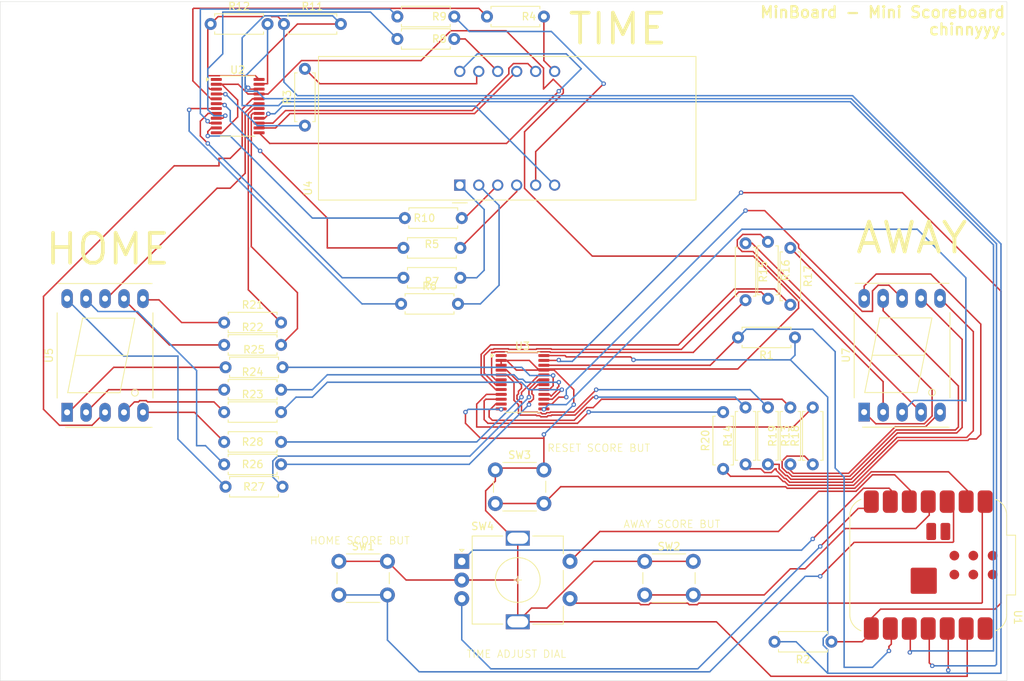
<source format=kicad_pcb>
(kicad_pcb (version 20241229) (generator "pcbnew") (generator_version "9.0")
  (layers (0 "F.Cu" signal) (2 "B.Cu" signal) (13 "F.Paste" user) (15 "B.Paste" user) (5 "F.SilkS" user "F.Silkscreen") (7 "B.SilkS" user "B.Silkscreen") (1 "F.Mask" user) (3 "B.Mask" user) (25 "Edge.Cuts" user))
  (net 0 "")
  (net 1 "+3V3")
  (net 2 "Net-(U1-GPIO2{slash}SCK)")
  (net 3 "Net-(U1-GPIO1{slash}RX)")
  (net 4 "Net-(U2-IO0_0)")
  (net 5 "/4 DIG --> U2 I{slash}O Expander")
  (net 6 "Net-(U4-b)")
  (net 7 "Net-(U2-IO0_1)")
  (net 8 "Net-(U2-IO0_2)")
  (net 9 "Net-(U4-c)")
  (net 10 "Net-(U4-e)")
  (net 11 "Net-(U2-IO0_4)")
  (net 12 "Net-(U2-IO0_5)")
  (net 13 "Net-(U4-f)")
  (net 14 "Net-(U2-IO0_6)")
  (net 15 "Net-(U2-IO1_0)")
  (net 16 "Net-(U4-DPX)")
  (net 17 "Net-(U2-IO0_7)")
  (net 18 "Net-(U1-GPIO4{slash}MISO)")
  (net 19 "Net-(U1-GPIO3{slash}MOSI)")
  (net 20 "Net-(U5-A)")
  (net 21 "Net-(U3-IO0_0)")
  (net 22 "Net-(U3-IO0_1)")
  (net 23 "Net-(U5-C)")
  (net 24 "Net-(U3-IO0_2)")
  (net 25 "Net-(U5-D)")
  (net 26 "Net-(U3-IO0_3)")
  (net 27 "Net-(U5-E)")
  (net 28 "Net-(U3-IO0_4)")
  (net 29 "Net-(U5-F)")
  (net 30 "/1 DIG --> U2 I{slash}O Expander")
  (net 31 "Net-(U5-DP)")
  (net 32 "Net-(U3-IO0_6)")
  (net 33 "Net-(U5-G)")
  (net 34 "Net-(U3-IO1_2)")
  (net 35 "Net-(U3-IO1_3)")
  (net 36 "Net-(U3-IO1_4)")
  (net 37 "Net-(U3-IO1_5)")
  (net 38 "Net-(U3-IO1_6)")
  (net 39 "Net-(U3-IO1_7)")
  (net 40 "Net-(U1-GPIO28{slash}ADC2{slash}A2)")
  (net 41 "GND")
  (net 42 "Net-(U1-GPIO29{slash}ADC3{slash}A3)")
  (net 43 "Net-(U1-GPIO27{slash}ADC1{slash}A1)")
  (net 44 "Net-(U1-GPIO6{slash}SDA)")
  (net 45 "Net-(U1-GPIO7{slash}SCL)")
  (net 46 "Net-(U1-GPIO0{slash}TX)")
  (net 47 "Net-(U1-GPIO26{slash}ADC0{slash}A0)")
  (net 49 "Net-(U2-IO1_4)")
  (net 50 "Net-(U2-IO1_1)")
  (net 51 "Net-(U2-IO1_3)")
  (net 52 "Net-(U2-IO0_3)")
  (net 53 "/4 DIG CA --> U2 I{slash}O Expander")
  (net 55 "Net-(U2-IO1_7)")
  (net 56 "Net-(U3-IO1_0)")
  (net 57 "Net-(U3-IO1_1)")
  (net 59 "Net-(U2-IO1_5)")
  (net 60 "Net-(U4-d)")
  (net 61 "Net-(U4-g)")
  (net 62 "Net-(U7-A)")
  (net 63 "Net-(U7-B)")
  (net 64 "Net-(U7-C)")
  (net 65 "Net-(U7-D)")
  (net 66 "Net-(U7-E)")
  (net 67 "Net-(U7-F)")
  (net 68 "Net-(U3-IO0_5)")
  (net 69 "Net-(U7-DP)")
  (net 70 "Net-(U3-IO0_7)")
  (net 71 "Net-(U7-G)")
  (net 72 "/1 DIG CA --> U2 I{slash}O Expander")
  (footprint "Resistor_THT:R_Axial_DIN0207_L6.3mm_D2.5mm_P7.62mm_Horizontal" (layer "F.Cu") (at 97.19 73)
    (property "Reference" "R21")
    (property "Value" "R")
  )
  (footprint "Resistor_THT:R_Axial_DIN0207_L6.3mm_D2.5mm_P7.62mm_Horizontal" (layer "F.Cu") (at 173 63 -90)
    (property "Reference" "R17")
    (property "Value" "R")
  )
  (footprint "Resistor_THT:R_Axial_DIN0207_L6.3mm_D2.5mm_P7.62mm_Horizontal" (layer "F.Cu") (at 97.38 95)
    (property "Reference" "R27")
    (property "Value" "R")
  )
  (footprint "Resistor_THT:R_Axial_DIN0207_L6.3mm_D2.5mm_P7.62mm_Horizontal" (layer "F.Cu") (at 167 92 90)
    (property "Reference" "R14")
    (property "Value" "R")
  )
  (footprint "Resistor_THT:R_Axial_DIN0207_L6.3mm_D2.5mm_P7.62mm_Horizontal" (layer "F.Cu") (at 97.19 85)
    (property "Reference" "R23")
    (property "Value" "R")
  )
  (footprint "Resistor_THT:R_Axial_DIN0207_L6.3mm_D2.5mm_P7.62mm_Horizontal" (layer "F.Cu") (at 97.19 76)
    (property "Reference" "R22")
    (property "Value" "R")
  )
  (footprint "Button_Switch_THT:SW_PUSH_6mm_H7.3mm" (layer "F.Cu") (at 112.55 105)
    (property "Reference" "SW1")
    (property "Value" "SW_Push")
  )
  (footprint "Resistor_THT:R_Axial_DIN0207_L6.3mm_D2.5mm_P7.62mm_Horizontal" (layer "F.Cu") (at 173 92 90)
    (property "Reference" "R19")
    (property "Value" "R")
  )
  (footprint "Resistor_THT:R_Axial_DIN0207_L6.3mm_D2.5mm_P7.62mm_Horizontal" (layer "F.Cu") (at 132.38 32)
    (property "Reference" "R4")
    (property "Value" "R")
  )
  (footprint "Resistor_THT:R_Axial_DIN0207_L6.3mm_D2.5mm_P7.62mm_Horizontal" (layer "F.Cu") (at 176 92 90)
    (property "Reference" "R18")
    (property "Value" "R")
  )
  (footprint "Package_SO:TSSOP-24_4.4x7.8mm_P0.65mm" (layer "F.Cu") (at 99 44)
    (property "Reference" "U2")
    (property "Value" "PCA9555PW")
  )
  (footprint "Resistor_THT:R_Axial_DIN0207_L6.3mm_D2.5mm_P7.62mm_Horizontal" (layer "F.Cu") (at 170 84.38 -90)
    (property "Reference" "R13")
    (property "Value" "R")
  )
  (footprint "Resistor_THT:R_Axial_DIN0207_L6.3mm_D2.5mm_P7.62mm_Horizontal" (layer "F.Cu") (at 164 92.62 90)
    (property "Reference" "R20")
    (property "Value" "R")
  )
  (footprint "Resistor_THT:R_Axial_DIN0207_L6.3mm_D2.5mm_P7.62mm_Horizontal" (layer "F.Cu") (at 120.38 32)
    (property "Reference" "R9")
    (property "Value" "R")
  )
  (footprint "Resistor_THT:R_Axial_DIN0207_L6.3mm_D2.5mm_P7.62mm_Horizontal" (layer "F.Cu") (at 120.88 70.5)
    (property "Reference" "R6")
    (property "Value" "R")
  )
  (footprint "Resistor_THT:R_Axial_DIN0207_L6.3mm_D2.5mm_P7.62mm_Horizontal" (layer "F.Cu") (at 178.5 115.77 180)
    (property "Reference" "R2")
    (property "Value" "R")
  )
  (footprint "Resistor_THT:R_Axial_DIN0207_L6.3mm_D2.5mm_P7.62mm_Horizontal" (layer "F.Cu") (at 108 46.62 90)
    (property "Reference" "R3")
    (property "Value" "R")
  )
  (footprint "Resistor_THT:R_Axial_DIN0207_L6.3mm_D2.5mm_P7.62mm_Horizontal" (layer "F.Cu") (at 97.38 79)
    (property "Reference" "R25")
    (property "Value" "R")
  )
  (footprint "Resistor_THT:R_Axial_DIN0207_L6.3mm_D2.5mm_P7.62mm_Horizontal" (layer "F.Cu") (at 105.19 33)
    (property "Reference" "R11")
    (property "Value" "R")
  )
  (footprint "Resistor_THT:R_Axial_DIN0207_L6.3mm_D2.5mm_P7.62mm_Horizontal" (layer "F.Cu") (at 167 62.38 -90)
    (property "Reference" "R15")
    (property "Value" "R")
  )
  (footprint "Display_7Segment:7SegmentLED_LTS6760_LTS6780" (layer "F.Cu") (at 182.88 85 90)
    (property "Reference" "U7")
    (property "Value" "SM420561N")
  )
  (footprint "Button_Switch_THT:SW_PUSH_6mm_H7.3mm" (layer "F.Cu") (at 133.5 92.75)
    (property "Reference" "SW3")
    (property "Value" "SW_Push")
  )
  (footprint "Resistor_THT:R_Axial_DIN0207_L6.3mm_D2.5mm_P7.62mm_Horizontal" (layer "F.Cu") (at 97.19 82)
    (property "Reference" "R24")
    (property "Value" "R")
  )
  (footprint "Resistor_THT:R_Axial_DIN0207_L6.3mm_D2.5mm_P7.62mm_Horizontal" (layer "F.Cu") (at 121.19 67)
    (property "Reference" "R7")
    (property "Value" "R")
  )
  (footprint "Resistor_THT:R_Axial_DIN0207_L6.3mm_D2.5mm_P7.62mm_Horizontal" (layer "F.Cu") (at 170 62.19 -90)
    (property "Reference" "R16")
    (property "Value" "R")
  )
  (footprint "Resistor_THT:R_Axial_DIN0207_L6.3mm_D2.5mm_P7.62mm_Horizontal" (layer "F.Cu") (at 97.19 89)
    (property "Reference" "R28")
    (property "Value" "R")
  )
  (footprint "Resistor_THT:R_Axial_DIN0207_L6.3mm_D2.5mm_P7.62mm_Horizontal" (layer "F.Cu") (at 121.19 63)
    (property "Reference" "R5")
    (property "Value" "R")
  )
  (footprint "Button_Switch_THT:SW_PUSH_6mm_H7.3mm" (layer "F.Cu") (at 153.5 105)
    (property "Reference" "SW2")
    (property "Value" "SW_Push")
  )
  (footprint "Resistor_THT:R_Axial_DIN0207_L6.3mm_D2.5mm_P7.62mm_Horizontal" (layer "F.Cu") (at 97.19 92)
    (property "Reference" "R26")
    (property "Value" "R")
  )
  (footprint "Resistor_THT:R_Axial_DIN0207_L6.3mm_D2.5mm_P7.62mm_Horizontal" (layer "F.Cu") (at 173.62 75 180)
    (property "Reference" "R1")
    (property "Value" "R")
  )
  (footprint "Package_SO:TSSOP-24_4.4x7.8mm_P0.65mm" (layer "F.Cu") (at 137.1375 81)
    (property "Reference" "U3")
    (property "Value" "PCA9555PW")
  )
  (footprint "Resistor_THT:R_Axial_DIN0207_L6.3mm_D2.5mm_P7.62mm_Horizontal" (layer "F.Cu") (at 120.38 35)
    (property "Reference" "R8")
    (property "Value" "R")
  )
  (footprint "Resistor_THT:R_Axial_DIN0207_L6.3mm_D2.5mm_P7.62mm_Horizontal" (layer "F.Cu") (at 121.38 59)
    (property "Reference" "R10")
    (property "Value" "R")
  )
  (footprint "Rotary_Encoder:RotaryEncoder_Alps_EC11E-Switch_Vertical_H20mm" (layer "F.Cu") (at 129 105)
    (property "Reference" "SW4")
    (property "Value" "RotaryEncoder_Switch_MP")
  )
  (footprint "Display_7Segment:7SegmentLED_LTS6760_LTS6780" (layer "F.Cu") (at 76.16 85.03 90)
    (property "Reference" "U5")
    (property "Value" "SM420561N")
  )
  (footprint "RF_Module:MCU_Seeed_ESP32C3" (layer "F.Cu") (at 191.46 105.5 -90)
    (property "Reference" "U1")
    (property "Value" "XIAO-RP2040-DIP")
  )
  (footprint "Resistor_THT:R_Axial_DIN0207_L6.3mm_D2.5mm_P7.62mm_Horizontal" (layer "F.Cu") (at 95.38 33)
    (property "Reference" "R12")
    (property "Value" "R")
  )
  (footprint "Display_7Segment:CA56-12EWA" (layer "F.Cu") (at 128.74 54.59 90)
    (property "Reference" "U4")
    (property "Value" "CA56-12EWA")
  )
  (gr_rect (start 67.2 30) (end 202 121) (stroke (width 0.05)) (fill no) (layer "Edge.Cuts"))
  (gr_text "RESET SCORE BUT" (at 140.4 90.4 0) (layer "F.SilkS") (effects (font (size 1 1) (thickness 0.1)) (justify left bottom)))
  (gr_text "TIME ADJUST DIAL" (at 129.6 118 0) (layer "F.SilkS") (effects (font (size 1 1) (thickness 0.1)) (justify left bottom)))
  (gr_text "MinBoard - Mini Scoreboard" (at 168.8 32.3 0) (layer "F.SilkS") (effects (font (size 1.5 1.5) (thickness 0.3) (bold yes)) (justify left bottom)))
  (gr_text "TIME" (at 143 36 0) (layer "F.SilkS") (effects (font (size 4 4) (thickness 0.5) (bold yes)) (justify left bottom)))
  (gr_text "AWAY" (at 181.5 64 0) (layer "F.SilkS") (effects (font (size 4 4) (thickness 0.5) (bold yes)) (justify left bottom)))
  (gr_text "HOME" (at 73 65.5 0) (layer "F.SilkS") (effects (font (size 4 4) (thickness 0.5) (bold yes)) (justify left bottom)))
  (gr_text "HOME SCORE BUT" (at 108.6 102.8 0) (layer "F.SilkS") (effects (font (size 1 1) (thickness 0.1)) (justify left bottom)))
  (gr_text "chinnyyy." (at 191.4 34.6 0) (layer "F.SilkS") (effects (font (size 1.5 1.5) (thickness 0.3) (bold yes)) (justify left bottom)))
  (gr_text "AWAY SCORE BUT" (at 150.6 100.6 0) (layer "F.SilkS") (effects (font (size 1 1) (thickness 0.1)) (justify left bottom)))
  (segment (start 103.55705 32) (end 104.38 32) (width 0.2) (layer "F.Cu") (net 1))
  (segment (start 103.45605 31.899) (end 103.55705 32) (width 0.2) (layer "F.Cu") (net 1))
  (segment (start 151.6 77.6) (end 152 78) (width 0.2) (layer "F.Cu") (net 1))
  (segment (start 140 77.425) (end 142.825 77.425) (width 0.2) (layer "F.Cu") (net 1))
  (segment (start 101.3615 39.924) (end 101.8625 40.425) (width 0.2) (layer "F.Cu") (net 1))
  (segment (start 95.275 41.725) (end 95 41.45) (width 0.2) (layer "F.Cu") (net 1))
  (segment (start 95 41.45) (end 95 40) (width 0.2) (layer "F.Cu") (net 1))
  (segment (start 96.1375 41.725) (end 95.275 41.725) (width 0.2) (layer "F.Cu") (net 1))
  (segment (start 95 40) (end 95 33.38) (width 0.2) (layer "F.Cu") (net 1))
  (segment (start 102.44295 32) (end 102.54395 31.899) (width 0.2) (layer "F.Cu") (net 1))
  (segment (start 95.38 33) (end 96.38 32) (width 0.2) (layer "F.Cu") (net 1))
  (segment (start 194.14 119.6) (end 194.14 114) (width 0.2) (layer "F.Cu") (net 1))
  (segment (start 104.38 32) (end 105.19 32.81) (width 0.2) (layer "F.Cu") (net 1))
  (segment (start 96.38 32) (end 102.44295 32) (width 0.2) (layer "F.Cu") (net 1))
  (segment (start 105.19 32.81) (end 105.19 33) (width 0.2) (layer "F.Cu") (net 1))
  (segment (start 95 40) (end 95.076 39.924) (width 0.2) (layer "F.Cu") (net 1))
  (segment (start 95 33.38) (end 95.38 33) (width 0.2) (layer "F.Cu") (net 1))
  (segment (start 96.79487 41.725) (end 96.1375 41.725) (width 0.2) (layer "F.Cu") (net 1))
  (segment (start 142.825 77.425) (end 143 77.6) (width 0.2) (layer "F.Cu") (net 1))
  (segment (start 102.54395 31.899) (end 103.45605 31.899) (width 0.2) (layer "F.Cu") (net 1))
  (segment (start 143 77.6) (end 151.6 77.6) (width 0.2) (layer "F.Cu") (net 1))
  (segment (start 95.076 39.924) (end 101.3615 39.924) (width 0.2) (layer "F.Cu") (net 1))
  (via (at 152 78) (size 0.6) (drill 0.3) (layers "F.Cu" "B.Cu") (net 1))
  (via (at 194.14 119.6) (size 0.6) (drill 0.3) (layers "F.Cu" "B.Cu") (net 1))
  (segment (start 194.14 119.6) (end 194.2 119.66) (width 0.2) (layer "B.Cu") (net 1))
  (segment (start 194.2 119.66) (end 194.2 120) (width 0.2) (layer "B.Cu") (net 1))
  (segment (start 173.62 75) (end 173.62 77.38) (width 0.2) (layer "B.Cu") (net 1))
  (segment (start 201.2 120) (end 201.2 62.4678) (width 0.2) (layer "B.Cu") (net 1))
  (segment (start 178 83) (end 178 114.71295) (width 0.2) (layer "B.Cu") (net 1))
  (segment (start 177.399 116.22605) (end 178 116.82705) (width 0.2) (layer "B.Cu") (net 1))
  (segment (start 178 120) (end 173.77 115.77) (width 0.2) (layer "B.Cu") (net 1))
  (segment (start 105.19 40.789) (end 105.19 33) (width 0.2) (layer "B.Cu") (net 1))
  (segment (start 173.62 77.38) (end 173 78) (width 0.2) (layer "B.Cu") (net 1))
  (segment (start 194.2 120) (end 201.2 120) (width 0.2) (layer "B.Cu") (net 1))
  (segment (start 177.399 115.31395) (end 177.399 116.22605) (width 0.2) (layer "B.Cu") (net 1))
  (segment (start 152 78) (end 173 78) (width 0.2) (layer "B.Cu") (net 1))
  (segment (start 173 78) (end 178 83) (width 0.2) (layer "B.Cu") (net 1))
  (segment (start 107 42.599) (end 105.19 40.789) (width 0.2) (layer "B.Cu") (net 1))
  (segment (start 181.3312 42.599) (end 107 42.599) (width 0.2) (layer "B.Cu") (net 1))
  (segment (start 178 114.71295) (end 177.399 115.31395) (width 0.2) (layer "B.Cu") (net 1))
  (segment (start 201.2 62.4678) (end 181.3312 42.599) (width 0.2) (layer "B.Cu") (net 1))
  (segment (start 178 116.82705) (end 178 120) (width 0.2) (layer "B.Cu") (net 1))
  (segment (start 178 120) (end 194.2 120) (width 0.2) (layer "B.Cu") (net 1))
  (segment (start 173.77 115.77) (end 170.88 115.77) (width 0.2) (layer "B.Cu") (net 1))
  (segment (start 162.275 78.725) (end 166 75) (width 0.2) (layer "F.Cu") (net 2))
  (segment (start 140 78.725) (end 162.275 78.725) (width 0.2) (layer "F.Cu") (net 2))
  (segment (start 186.2 117) (end 186.2 116.4) (width 0.2) (layer "F.Cu") (net 2))
  (segment (start 186.52 116.08) (end 186.52 114.401) (width 0.2) (layer "F.Cu") (net 2))
  (segment (start 186.2 116.4) (end 186.52 116.08) (width 0.2) (layer "F.Cu") (net 2))
  (via (at 186.2 117) (size 0.6) (drill 0.3) (layers "F.Cu" "B.Cu") (net 2))
  (segment (start 180.2 119.2) (end 184 119.2) (width 0.2) (layer "B.Cu") (net 2))
  (segment (start 179 92.5) (end 179 76.899) (width 0.2) (layer "B.Cu") (net 2))
  (segment (start 167.101 73.899) (end 176 73.899) (width 0.2) (layer "B.Cu") (net 2))
  (segment (start 179 76.899) (end 176 73.899) (width 0.2) (layer "B.Cu") (net 2))
  (segment (start 179 92.5) (end 180.2 93.7) (width 0.2) (layer "B.Cu") (net 2))
  (segment (start 166 75) (end 167.101 73.899) (width 0.2) (layer "B.Cu") (net 2))
  (segment (start 184 119.2) (end 186.2 117) (width 0.2) (layer "B.Cu") (net 2))
  (segment (start 180.2 93.7) (end 180.2 119.2) (width 0.2) (layer "B.Cu") (net 2))
  (segment (start 178.5 115.77) (end 182.611 115.77) (width 0.2) (layer "F.Cu") (net 3))
  (segment (start 188 55.6) (end 166.4 55.6) (width 0.2) (layer "F.Cu") (net 3))
  (segment (start 141.95 78.075) (end 140 78.075) (width 0.2) (layer "F.Cu") (net 3))
  (segment (start 201.2 68.8) (end 188 55.6) (width 0.2) (layer "F.Cu") (net 3))
  (segment (start 200.4 111.4) (end 201.2 110.6) (width 0.2) (layer "F.Cu") (net 3))
  (segment (start 201.2 110.6) (end 201.2 68.8) (width 0.2) (layer "F.Cu") (net 3))
  (segment (start 185.08 111.4) (end 200.4 111.4) (width 0.2) (layer "F.Cu") (net 3))
  (segment (start 142 78.025) (end 141.95 78.075) (width 0.2) (layer "F.Cu") (net 3))
  (segment (start 183.98 114) (end 183.98 112.5) (width 0.2) (layer "F.Cu") (net 3))
  (segment (start 183.98 112.5) (end 185.08 111.4) (width 0.2) (layer "F.Cu") (net 3))
  (segment (start 182.611 115.77) (end 183.98 114.401) (width 0.2) (layer "F.Cu") (net 3))
  (via (at 142 78.025) (size 0.6) (drill 0.3) (layers "F.Cu" "B.Cu") (net 3))
  (via (at 166.4 55.6) (size 0.6) (drill 0.3) (layers "F.Cu" "B.Cu") (net 3))
  (segment (start 142.176 78.201) (end 142 78.025) (width 0.2) (layer "B.Cu") (net 3))
  (segment (start 144 78) (end 143.799 78.201) (width 0.2) (layer "B.Cu") (net 3))
  (segment (start 143.799 78.201) (end 142.176 78.201) (width 0.2) (layer "B.Cu") (net 3))
  (segment (start 166.4 55.6) (end 144 78) (width 0.2) (layer "B.Cu") (net 3))
  (segment (start 96.1375 42.375) (end 97.32647 42.375) (width 0.2) (layer "F.Cu") (net 4))
  (segment (start 97.32647 42.375) (end 97.350735 42.399265) (width 0.2) (layer "F.Cu") (net 4))
  (via (at 97.350735 42.399265) (size 0.6) (drill 0.3) (layers "F.Cu" "B.Cu") (net 4))
  (segment (start 108 46.62) (end 101.62 46.62) (width 0.2) (layer "B.Cu") (net 4))
  (segment (start 101.62 46.62) (end 97.375 42.375) (width 0.2) (layer "B.Cu") (net 4))
  (segment (start 110 41) (end 131 41) (width 0.2) (layer "F.Cu") (net 5))
  (segment (start 131 39.63) (end 131.28 39.35) (width 0.2) (layer "F.Cu") (net 5))
  (segment (start 131 41) (end 131 39.63) (width 0.2) (layer "F.Cu") (net 5))
  (segment (start 108 39) (end 110 41) (width 0.2) (layer "F.Cu") (net 5))
  (segment (start 141.44 39.35) (end 140 37.91) (width 0.2) (layer "F.Cu") (net 6))
  (segment (start 140 37.91) (end 140 32) (width 0.2) (layer "F.Cu") (net 6))
  (segment (start 95.400001 43.025) (end 96.1375 43.025) (width 0.2) (layer "F.Cu") (net 7))
  (segment (start 93.101 30.899) (end 93 31) (width 0.2) (layer "F.Cu") (net 7))
  (segment (start 131.279 30.899) (end 93.101 30.899) (width 0.2) (layer "F.Cu") (net 7))
  (segment (start 132.38 32) (end 131.279 30.899) (width 0.2) (layer "F.Cu") (net 7))
  (segment (start 93 40.624999) (end 95.400001 43.025) (width 0.2) (layer "F.Cu") (net 7))
  (segment (start 93 31) (end 93 40.624999) (width 0.2) (layer "F.Cu") (net 7))
  (segment (start 97.069101 43.675) (end 96.1375 43.675) (width 0.2) (layer "F.Cu") (net 8))
  (segment (start 111 63) (end 121.19 63) (width 0.2) (layer "F.Cu") (net 8))
  (segment (start 111 59) (end 111 63) (width 0.2) (layer "F.Cu") (net 8))
  (segment (start 102 50) (end 111 59) (width 0.2) (layer "F.Cu") (net 8))
  (segment (start 97.247373 43.853272) (end 97.069101 43.675) (width 0.2) (layer "F.Cu") (net 8))
  (via (at 102 50) (size 0.6) (drill 0.3) (layers "F.Cu" "B.Cu") (net 8))
  (via (at 97.247373 43.853272) (size 0.6) (drill 0.3) (layers "F.Cu" "B.Cu") (net 8))
  (segment (start 102 50) (end 98 46) (width 0.2) (layer "B.Cu") (net 8))
  (segment (start 98 44.605899) (end 97.247373 43.853272) (width 0.2) (layer "B.Cu") (net 8))
  (segment (start 98 46) (end 98 44.605899) (width 0.2) (layer "B.Cu") (net 8))
  (segment (start 136.36 55.45) (end 136.36 54.59) (width 0.2) (layer "F.Cu") (net 9))
  (segment (start 128.81 63) (end 136.36 55.45) (width 0.2) (layer "F.Cu") (net 9))
  (segment (start 132 57.85) (end 132 66) (width 0.2) (layer "B.Cu") (net 10))
  (segment (start 131 67) (end 128.81 67) (width 0.2) (layer "B.Cu") (net 10))
  (segment (start 132 66) (end 131 67) (width 0.2) (layer "B.Cu") (net 10))
  (segment (start 128.74 54.59) (end 132 57.85) (width 0.2) (layer "B.Cu") (net 10))
  (segment (start 94 48) (end 94 46.025) (width 0.2) (layer "F.Cu") (net 11))
  (segment (start 95 49) (end 94 48) (width 0.2) (layer "F.Cu") (net 11))
  (segment (start 95.05 44.975) (end 96.1375 44.975) (width 0.2) (layer "F.Cu") (net 11))
  (segment (start 94 46.025) (end 95.05 44.975) (width 0.2) (layer "F.Cu") (net 11))
  (via (at 95 49) (size 0.6) (drill 0.3) (layers "F.Cu" "B.Cu") (net 11))
  (segment (start 113 67) (end 95 49) (width 0.2) (layer "B.Cu") (net 11))
  (segment (start 121.19 67) (end 113 67) (width 0.2) (layer "B.Cu") (net 11))
  (segment (start 97.338798 45.285706) (end 96.999504 45.625) (width 0.2) (layer "F.Cu") (net 12))
  (segment (start 96.999504 45.625) (end 96.1375 45.625) (width 0.2) (layer "F.Cu") (net 12))
  (via (at 97.338798 45.285706) (size 0.6) (drill 0.3) (layers "F.Cu" "B.Cu") (net 12))
  (segment (start 116.781 31.401) (end 97 31.401) (width 0.2) (layer "B.Cu") (net 12))
  (segment (start 95 39) (end 95 44.4875) (width 0.2) (layer "B.Cu") (net 12))
  (segment (start 97 31.401) (end 97 37) (width 0.2) (layer "B.Cu") (net 12))
  (segment (start 95 44.4875) (end 95.798206 45.285706) (width 0.2) (layer "B.Cu") (net 12))
  (segment (start 97 37) (end 95 39) (width 0.2) (layer "B.Cu") (net 12))
  (segment (start 120.38 35) (end 116.781 31.401) (width 0.2) (layer "B.Cu") (net 12))
  (segment (start 95.798206 45.285706) (end 97.338798 45.285706) (width 0.2) (layer "B.Cu") (net 12))
  (segment (start 129.47 35) (end 128 35) (width 0.2) (layer "F.Cu") (net 13))
  (segment (start 133.82 39.35) (end 129.47 35) (width 0.2) (layer "F.Cu") (net 13))
  (segment (start 94.972278 46.013131) (end 95.234147 46.275) (width 0.2) (layer "F.Cu") (net 14))
  (segment (start 95.234147 46.275) (end 96.1375 46.275) (width 0.2) (layer "F.Cu") (net 14))
  (via (at 94.972278 46.013131) (size 0.6) (drill 0.3) (layers "F.Cu" "B.Cu") (net 14))
  (segment (start 94.972278 45.972278) (end 94.972278 46.013131) (width 0.2) (layer "B.Cu") (net 14))
  (segment (start 119.38 31) (end 94 31) (width 0.2) (layer "B.Cu") (net 14))
  (segment (start 94 31) (end 94 45) (width 0.2) (layer "B.Cu") (net 14))
  (segment (start 94 45) (end 94.972278 45.972278) (width 0.2) (layer "B.Cu") (net 14))
  (segment (start 120.38 32) (end 119.38 31) (width 0.2) (layer "B.Cu") (net 14))
  (segment (start 134.999 49) (end 103.2875 49) (width 0.2) (layer "F.Cu") (net 15))
  (segment (start 142 41.999) (end 134.999 49) (width 0.2) (layer "F.Cu") (net 15))
  (segment (start 103.2875 49) (end 101.8625 47.575) (width 0.2) (layer "F.Cu") (net 15))
  (via (at 142 41.999) (size 0.6) (drill 0.3) (layers "F.Cu" "B.Cu") (net 15))
  (segment (start 143 37) (end 145 39) (width 0.2) (layer "B.Cu") (net 15))
  (segment (start 131.09 37) (end 143 37) (width 0.2) (layer "B.Cu") (net 15))
  (segment (start 142.001 41.999) (end 142 41.999) (width 0.2) (layer "B.Cu") (net 15))
  (segment (start 145 39) (end 142.001 41.999) (width 0.2) (layer "B.Cu") (net 15))
  (segment (start 128.74 39.35) (end 131.09 37) (width 0.2) (layer "B.Cu") (net 15))
  (segment (start 129.41 59) (end 129 59) (width 0.2) (layer "F.Cu") (net 16))
  (segment (start 133.82 54.59) (end 129.41 59) (width 0.2) (layer "F.Cu") (net 16))
  (segment (start 95.48013 46.925) (end 94.996829 47.408301) (width 0.2) (layer "F.Cu") (net 17))
  (segment (start 96.1375 46.925) (end 95.48013 46.925) (width 0.2) (layer "F.Cu") (net 17))
  (segment (start 94.996829 48.001923) (end 94.996829 47.408301) (width 0.2) (layer "F.Cu") (net 17))
  (via (at 94.996829 48.001923) (size 0.6) (drill 0.3) (layers "F.Cu" "B.Cu") (net 17))
  (segment (start 98.001923 48.001923) (end 94.996829 48.001923) (width 0.2) (layer "B.Cu") (net 17))
  (segment (start 121.38 59) (end 109 59) (width 0.2) (layer "B.Cu") (net 17))
  (segment (start 109 59) (end 98.001923 48.001923) (width 0.2) (layer "B.Cu") (net 17))
  (segment (start 103 37) (end 103 41) (width 0.2) (layer "F.Cu") (net 18))
  (segment (start 107 33) (end 103 37) (width 0.2) (layer "F.Cu") (net 18))
  (segment (start 107 33) (end 112.81 33) (width 0.2) (layer "F.Cu") (net 18))
  (segment (start 103 41) (end 101.9375 41) (width 0.2) (layer "F.Cu") (net 18))
  (segment (start 101.9375 41) (end 101.8625 41.075) (width 0.2) (layer "F.Cu") (net 18))
  (segment (start 189.06 117.14) (end 189.06 114) (width 0.2) (layer "F.Cu") (net 18))
  (segment (start 189 117.2) (end 189.06 117.14) (width 0.2) (layer "F.Cu") (net 18))
  (via (at 189 117.2) (size 0.6) (drill 0.3) (layers "F.Cu" "B.Cu") (net 18))
  (segment (start 200.2 62.602) (end 180.999 43.401) (width 0.2) (layer "B.Cu") (net 18))
  (segment (start 99.599 43.9286) (end 99.599 34.84395) (width 0.2) (layer "B.Cu") (net 18))
  (segment (start 189.2 117) (end 189 117.2) (width 0.2) (layer "B.Cu") (net 18))
  (segment (start 105 43.401) (end 104.4724 43.9286) (width 0.2) (layer "B.Cu") (net 18))
  (segment (start 200.2 62.8) (end 200.2 117) (width 0.2) (layer "B.Cu") (net 18))
  (segment (start 200.2 62.602) (end 200.2 62.8) (width 0.2) (layer "B.Cu") (net 18))
  (segment (start 200.2 117) (end 189.2 117) (width 0.2) (layer "B.Cu") (net 18))
  (segment (start 99.599 34.84395) (end 102.54395 31.899) (width 0.2) (layer "B.Cu") (net 18))
  (segment (start 111.709 31.899) (end 112.81 33) (width 0.2) (layer "B.Cu") (net 18))
  (segment (start 104.4724 43.9286) (end 99.599 43.9286) (width 0.2) (layer "B.Cu") (net 18))
  (segment (start 180.999 43.401) (end 105 43.401) (width 0.2) (layer "B.Cu") (net 18))
  (segment (start 102.54395 31.899) (end 111.709 31.899) (width 0.2) (layer "B.Cu") (net 18))
  (segment (start 191.6 118.6) (end 192 119) (width 0.2) (layer "F.Cu") (net 19))
  (segment (start 191.6 114) (end 191.6 118.6) (width 0.2) (layer "F.Cu") (net 19))
  (segment (start 100.57353 41.725) (end 101.8625 41.725) (width 0.2) (layer "F.Cu") (net 19))
  (segment (start 100.400228 41.551698) (end 100.57353 41.725) (width 0.2) (layer "F.Cu") (net 19))
  (via (at 192 119) (size 0.6) (drill 0.3) (layers "F.Cu" "B.Cu") (net 19))
  (via (at 100.400228 41.551698) (size 0.6) (drill 0.3) (layers "F.Cu" "B.Cu") (net 19))
  (segment (start 103 37) (end 100 40) (width 0.2) (layer "B.Cu") (net 19))
  (segment (start 100 41.15147) (end 100.400228 41.551698) (width 0.2) (layer "B.Cu") (net 19))
  (segment (start 100 42) (end 100 41) (width 0.2) (layer "B.Cu") (net 19))
  (segment (start 200.601 118.799) (end 200.601 62.4359) (width 0.2) (layer "B.Cu") (net 19))
  (segment (start 100 41) (end 100 41.15147) (width 0.2) (layer "B.Cu") (net 19))
  (segment (start 200.4 119) (end 200.601 118.799) (width 0.2) (layer "B.Cu") (net 19))
  (segment (start 200.601 62.4359) (end 181.1651 43) (width 0.2) (layer "B.Cu") (net 19))
  (segment (start 101.5875 42) (end 100 42) (width 0.2) (layer "B.Cu") (net 19))
  (segment (start 103 33) (end 103 37) (width 0.2) (layer "B.Cu") (net 19))
  (segment (start 102.5875 43) (end 101.5875 42) (width 0.2) (layer "B.Cu") (net 19))
  (segment (start 100 40) (end 100 41) (width 0.2) (layer "B.Cu") (net 19))
  (segment (start 181.1651 43) (end 102.5875 43) (width 0.2) (layer "B.Cu") (net 19))
  (segment (start 192 119) (end 200.4 119) (width 0.2) (layer "B.Cu") (net 19))
  (segment (start 89.86 76) (end 97.19 76) (width 0.2) (layer "F.Cu") (net 20))
  (segment (start 83.78 69.92) (end 89.86 76) (width 0.2) (layer "F.Cu") (net 20))
  (segment (start 83.78 69.79) (end 83.78 69.92) (width 0.2) (layer "F.Cu") (net 20))
  (segment (start 136.599 82.551057) (end 136.599 82.20153) (width 0.2) (layer "F.Cu") (net 21))
  (segment (start 140.398943 85.076) (end 140.248943 85.226) (width 0.2) (layer "F.Cu") (net 21))
  (segment (start 147 82) (end 144 85) (width 0.2) (layer "F.Cu") (net 21))
  (segment (start 135.012499 79.375) (end 134.275 79.375) (width 0.2) (layer "F.Cu") (net 21))
  (segment (start 136.599 82.20153) (end 137 81.80053) (width 0.2) (layer "F.Cu") (net 21))
  (segment (start 137 81.80053) (end 137 81.362501) (width 0.2) (layer "F.Cu") (net 21))
  (segment (start 136.399 82.751057) (end 136.599 82.551057) (width 0.2) (layer "F.Cu") (net 21))
  (segment (start 140.80637 85.076) (end 140.398943 85.076) (width 0.2) (layer "F.Cu") (net 21))
  (segment (start 140.88237 85) (end 140.80637 85.076) (width 0.2) (layer "F.Cu") (net 21))
  (segment (start 139.601057 85.076) (end 139.19363 85.076) (width 0.2) (layer "F.Cu") (net 21))
  (segment (start 139.751057 85.226) (end 139.601057 85.076) (width 0.2) (layer "F.Cu") (net 21))
  (segment (start 144 85) (end 140.88237 85) (width 0.2) (layer "F.Cu") (net 21))
  (segment (start 139.11763 85) (end 137 85) (width 0.2) (layer "F.Cu") (net 21))
  (segment (start 137 81.362501) (end 135.012499 79.375) (width 0.2) (layer "F.Cu") (net 21))
  (segment (start 136.751057 83.601) (end 136.399 83.248943) (width 0.2) (layer "F.Cu") (net 21))
  (segment (start 136.399 83.248943) (end 136.399 82.751057) (width 0.2) (layer "F.Cu") (net 21))
  (segment (start 137 83.601) (end 136.751057 83.601) (width 0.2) (layer "F.Cu") (net 21))
  (segment (start 137 85) (end 137 83.601) (width 0.2) (layer "F.Cu") (net 21))
  (segment (start 140.248943 85.226) (end 139.751057 85.226) (width 0.2) (layer "F.Cu") (net 21))
  (segment (start 139.19363 85.076) (end 139.11763 85) (width 0.2) (layer "F.Cu") (net 21))
  (via (at 147 82) (size 0.6) (drill 0.3) (layers "F.Cu" "B.Cu") (net 21))
  (segment (start 167.62 82) (end 147 82) (width 0.2) (layer "B.Cu") (net 21))
  (segment (start 170 84.38) (end 167.62 82) (width 0.2) (layer "B.Cu") (net 21))
  (segment (start 139.584957 85.627) (end 139.434957 85.477) (width 0.2) (layer "F.Cu") (net 22))
  (segment (start 136.599 84.002) (end 136.584957 84.002) (width 0.2) (layer "F.Cu") (net 22))
  (segment (start 141.04847 85.401) (end 140.97247 85.477) (width 0.2) (layer "F.Cu") (net 22))
  (segment (start 136.599 85.1661) (end 136.599 84.002) (width 0.2) (layer "F.Cu") (net 22))
  (segment (start 147 83) (end 146.5671 83) (width 0.2) (layer "F.Cu") (net 22))
  (segment (start 146.5671 83) (end 144.1661 85.401) (width 0.2) (layer "F.Cu") (net 22))
  (segment (start 140.565043 85.477) (end 140.415043 85.627) (width 0.2) (layer "F.Cu") (net 22))
  (segment (start 139.02753 85.477) (end 138.95153 85.401) (width 0.2) (layer "F.Cu") (net 22))
  (segment (start 140.97247 85.477) (end 140.565043 85.477) (width 0.2) (layer "F.Cu") (net 22))
  (segment (start 136 81) (end 135.025 80.025) (width 0.2) (layer "F.Cu") (net 22))
  (segment (start 136.8339 85.401) (end 136.599 85.1661) (width 0.2) (layer "F.Cu") (net 22))
  (segment (start 140.415043 85.627) (end 139.584957 85.627) (width 0.2) (layer "F.Cu") (net 22))
  (segment (start 139.434957 85.477) (end 139.02753 85.477) (width 0.2) (layer "F.Cu") (net 22))
  (segment (start 135.998 83.415043) (end 135.998 81.002) (width 0.2) (layer "F.Cu") (net 22))
  (segment (start 136.584957 84.002) (end 135.998 83.415043) (width 0.2) (layer "F.Cu") (net 22))
  (segment (start 138.95153 85.401) (end 136.8339 85.401) (width 0.2) (layer "F.Cu") (net 22))
  (segment (start 144.1661 85.401) (end 141.04847 85.401) (width 0.2) (layer "F.Cu") (net 22))
  (segment (start 135.025 80.025) (end 134.275 80.025) (width 0.2) (layer "F.Cu") (net 22))
  (segment (start 135.998 81.002) (end 136 81) (width 0.2) (layer "F.Cu") (net 22))
  (via (at 147 83) (size 0.6) (drill 0.3) (layers "F.Cu" "B.Cu") (net 22))
  (segment (start 167 84.38) (end 165.62 83) (width 0.2) (layer "B.Cu") (net 22))
  (segment (start 165.62 83) (end 147 83) (width 0.2) (layer "B.Cu") (net 22))
  (segment (start 85.879691 83.467) (end 86.760309 83.467) (width 0.2) (layer "F.Cu") (net 23))
  (segment (start 86.760309 83.467) (end 86.930309 83.637) (width 0.2) (layer "F.Cu") (net 23))
  (segment (start 83.82 84.99) (end 85.173 83.637) (width 0.2) (layer "F.Cu") (net 23))
  (segment (start 83.82 85.2) (end 83.82 84.99) (width 0.2) (layer "F.Cu") (net 23))
  (segment (start 85.173 83.637) (end 85.709691 83.637) (width 0.2) (layer "F.Cu") (net 23))
  (segment (start 95.827 83.637) (end 97.19 85) (width 0.2) (layer "F.Cu") (net 23))
  (segment (start 86.930309 83.637) (end 95.827 83.637) (width 0.2) (layer "F.Cu") (net 23))
  (segment (start 85.709691 83.637) (end 85.879691 83.467) (width 0.2) (layer "F.Cu") (net 23))
  (segment (start 135.15737 77) (end 135.08137 76.924) (width 0.2) (layer "F.Cu") (net 24))
  (segment (start 133.537501 80.675) (end 134.275 80.675) (width 0.2) (layer "F.Cu") (net 24))
  (segment (start 140.80637 76.924) (end 139.19363 76.924) (width 0.2) (layer "F.Cu") (net 24))
  (segment (start 135.08137 76.924) (end 133.46863 76.924) (width 0.2) (layer "F.Cu") (net 24))
  (segment (start 133.39263 77) (end 133 77) (width 0.2) (layer "F.Cu") (net 24))
  (segment (start 133.46863 76.924) (end 133.39263 77) (width 0.2) (layer "F.Cu") (net 24))
  (segment (start 139.11763 77) (end 135.15737 77) (width 0.2) (layer "F.Cu") (net 24))
  (segment (start 139.19363 76.924) (end 139.11763 77) (width 0.2) (layer "F.Cu") (net 24))
  (segment (start 167 70) (end 160 77) (width 0.2) (layer "F.Cu") (net 24))
  (segment (start 133 80.137499) (end 133.537501 80.675) (width 0.2) (layer "F.Cu") (net 24))
  (segment (start 133 77) (end 133 80.137499) (width 0.2) (layer "F.Cu") (net 24))
  (segment (start 160 77) (end 140.88237 77) (width 0.2) (layer "F.Cu") (net 24))
  (segment (start 140.88237 77) (end 140.80637 76.924) (width 0.2) (layer "F.Cu") (net 24))
  (segment (start 78.74 84.99) (end 81.73 82) (width 0.2) (layer "F.Cu") (net 25))
  (segment (start 81.73 82) (end 97.19 82) (width 0.2) (layer "F.Cu") (net 25))
  (segment (start 78.74 85.2) (end 78.74 84.99) (width 0.2) (layer "F.Cu") (net 25))
  (segment (start 133.30253 76.523) (end 133.22653 76.599) (width 0.2) (layer "F.Cu") (net 26))
  (segment (start 166.101 68.899) (end 158.401 76.599) (width 0.2) (layer "F.Cu") (net 26))
  (segment (start 135.24747 76.523) (end 133.30253 76.523) (width 0.2) (layer "F.Cu") (net 26))
  (segment (start 158.401 76.599) (end 141.04847 76.599) (width 0.2) (layer "F.Cu") (net 26))
  (segment (start 133.537501 81.325) (end 134.275 81.325) (width 0.2) (layer "F.Cu") (net 26))
  (segment (start 135.32347 76.599) (end 135.24747 76.523) (width 0.2) (layer "F.Cu") (net 26))
  (segment (start 140.97247 76.523) (end 139.02753 76.523) (width 0.2) (layer "F.Cu") (net 26))
  (segment (start 139.02753 76.523) (end 138.95153 76.599) (width 0.2) (layer "F.Cu") (net 26))
  (segment (start 170 69.81) (end 169.089 68.899) (width 0.2) (layer "F.Cu") (net 26))
  (segment (start 169.089 68.899) (end 166.101 68.899) (width 0.2) (layer "F.Cu") (net 26))
  (segment (start 138.95153 76.599) (end 135.32347 76.599) (width 0.2) (layer "F.Cu") (net 26))
  (segment (start 132.8339 76.599) (end 132 77.4329) (width 0.2) (layer "F.Cu") (net 26))
  (segment (start 132 79.787499) (end 133.537501 81.325) (width 0.2) (layer "F.Cu") (net 26))
  (segment (start 133.22653 76.599) (end 132.8339 76.599) (width 0.2) (layer "F.Cu") (net 26))
  (segment (start 141.04847 76.599) (end 140.97247 76.523) (width 0.2) (layer "F.Cu") (net 26))
  (segment (start 132 77.4329) (end 132 79.787499) (width 0.2) (layer "F.Cu") (net 26))
  (segment (start 76.16 85.03) (end 76.37 85.03) (width 0.2) (layer "F.Cu") (net 27))
  (segment (start 76.37 85.03) (end 82.4 79) (width 0.2) (layer "F.Cu") (net 27))
  (segment (start 82.4 79) (end 97.38 79) (width 0.2) (layer "F.Cu") (net 27))
  (segment (start 158 76) (end 132.8658 76) (width 0.2) (layer "F.Cu") (net 28))
  (segment (start 165.502 68.498) (end 158 76) (width 0.2) (layer "F.Cu") (net 28))
  (segment (start 170.878 68.498) (end 165.502 68.498) (width 0.2) (layer "F.Cu") (net 28))
  (segment (start 131.599 80.036499) (end 133.537501 81.975) (width 0.2) (layer "F.Cu") (net 28))
  (segment (start 173 70.62) (end 170.878 68.498) (width 0.2) (layer "F.Cu") (net 28))
  (segment (start 131.599 77.2668) (end 131.599 80.036499) (width 0.2) (layer "F.Cu") (net 28))
  (segment (start 133.537501 81.975) (end 134.275 81.975) (width 0.2) (layer "F.Cu") (net 28))
  (segment (start 132.8658 76) (end 131.599 77.2668) (width 0.2) (layer "F.Cu") (net 28))
  (segment (start 94.69 89.5) (end 97.19 92) (width 0.2) (layer "B.Cu") (net 29))
  (segment (start 78.7 69.79) (end 78.7 69.92) (width 0.2) (layer "B.Cu") (net 29))
  (segment (start 80.303 71.523) (end 85.5901 71.523) (width 0.2) (layer "B.Cu") (net 29))
  (segment (start 78.7 69.92) (end 80.303 71.523) (width 0.2) (layer "B.Cu") (net 29))
  (segment (start 93.5 89.5) (end 94.69 89.5) (width 0.2) (layer "B.Cu") (net 29))
  (segment (start 85.5901 71.523) (end 93.5 79.4329) (width 0.2) (layer "B.Cu") (net 29))
  (segment (start 93.5 79.4329) (end 93.5 89.5) (width 0.2) (layer "B.Cu") (net 29))
  (segment (start 91.5 73) (end 97.19 73) (width 0.2) (layer "F.Cu") (net 30))
  (segment (start 86.49 69.96) (end 88.46 69.96) (width 0.2) (layer "F.Cu") (net 30))
  (segment (start 86.32 69.79) (end 86.49 69.96) (width 0.2) (layer "F.Cu") (net 30))
  (segment (start 88.46 69.96) (end 91.5 73) (width 0.2) (layer "F.Cu") (net 30))
  (segment (start 86.36 85.2) (end 86.53 85.03) (width 0.2) (layer "F.Cu") (net 31))
  (segment (start 86.53 85.03) (end 93.22 85.03) (width 0.2) (layer "F.Cu") (net 31))
  (segment (start 93.22 85.03) (end 97.19 89) (width 0.2) (layer "F.Cu") (net 31))
  (segment (start 132.5 86.5) (end 132 86) (width 0.2) (layer "F.Cu") (net 32))
  (segment (start 132 83.5) (end 132.225 83.275) (width 0.2) (layer "F.Cu") (net 32))
  (segment (start 144.5 86.5) (end 132.5 86.5) (width 0.2) (layer "F.Cu") (net 32))
  (segment (start 132.225 83.275) (end 134.275 83.275) (width 0.2) (layer "F.Cu") (net 32))
  (segment (start 146 85) (end 144.5 86.5) (width 0.2) (layer "F.Cu") (net 32))
  (segment (start 132 86) (end 132 83.5) (width 0.2) (layer "F.Cu") (net 32))
  (via (at 146 85) (size 0.6) (drill 0.3) (layers "F.Cu" "B.Cu") (net 32))
  (segment (start 164 85) (end 146 85) (width 0.2) (layer "B.Cu") (net 32))
  (segment (start 91 77.5) (end 91 88.62) (width 0.2) (layer "B.Cu") (net 33))
  (segment (start 76.16 69.79) (end 76.16 69.92) (width 0.2) (layer "B.Cu") (net 33))
  (segment (start 91 88.62) (end 97.38 95) (width 0.2) (layer "B.Cu") (net 33))
  (segment (start 76.16 69.92) (end 83.74 77.5) (width 0.2) (layer "B.Cu") (net 33))
  (segment (start 83.74 77.5) (end 91 77.5) (width 0.2) (layer "B.Cu") (net 33))
  (segment (start 141.125 83.275) (end 140 83.275) (width 0.2) (layer "F.Cu") (net 34))
  (segment (start 142.4 82) (end 141.125 83.275) (width 0.2) (layer "F.Cu") (net 34))
  (via (at 142.4 82) (size 0.6) (drill 0.3) (layers "F.Cu" "B.Cu") (net 34))
  (segment (start 109 83) (end 106.81 83) (width 0.2) (layer "B.Cu") (net 34))
  (segment (start 138 82) (end 142.4 82) (width 0.2) (layer "B.Cu") (net 34))
  (segment (start 111 81) (end 109 83) (width 0.2) (layer "B.Cu") (net 34))
  (segment (start 106.81 83) (end 104.81 85) (width 0.2) (layer "B.Cu") (net 34))
  (segment (start 137 81) (end 111 81) (width 0.2) (layer "B.Cu") (net 34))
  (segment (start 137 81) (end 138 82) (width 0.2) (layer "B.Cu") (net 34))
  (segment (start 142 81) (end 142 81.550057) (width 0.2) (layer "F.Cu") (net 35))
  (segment (start 140.972699 82.8602) (end 140.737499 82.625) (width 0.2) (layer "F.Cu") (net 35))
  (segment (start 140.737499 82.625) (end 140 82.625) (width 0.2) (layer "F.Cu") (net 35))
  (segment (start 141.799 81.751057) (end 141.799 82.0339) (width 0.2) (layer "F.Cu") (net 35))
  (segment (start 142 81.550057) (end 141.799 81.751057) (width 0.2) (layer "F.Cu") (net 35))
  (segment (start 141.799 82.0339) (end 140.972699 82.8602) (width 0.2) (layer "F.Cu") (net 35))
  (via (at 142 81) (size 0.6) (drill 0.3) (layers "F.Cu" "B.Cu") (net 35))
  (segment (start 136.599 80.599) (end 136 80) (width 0.2) (layer "B.Cu") (net 35))
  (segment (start 136 80) (end 111 80) (width 0.2) (layer "B.Cu") (net 35))
  (segment (start 111 80) (end 109 82) (width 0.2) (layer "B.Cu") (net 35))
  (segment (start 142 81) (end 137.5671 81) (width 0.2) (layer "B.Cu") (net 35))
  (segment (start 137.1661 80.599) (end 136.599 80.599) (width 0.2) (layer "B.Cu") (net 35))
  (segment (start 109 82) (end 104.81 82) (width 0.2) (layer "B.Cu") (net 35))
  (segment (start 137.5671 81) (end 137.1661 80.599) (width 0.2) (layer "B.Cu") (net 35))
  (segment (start 141.2375 81.474999) (end 140.737499 81.975) (width 0.2) (layer "F.Cu") (net 36))
  (segment (start 141.2375 80.098474) (end 141.2375 81.474999) (width 0.2) (layer "F.Cu") (net 36))
  (segment (start 140.737499 81.975) (end 140 81.975) (width 0.2) (layer "F.Cu") (net 36))
  (via (at 141.2375 80.098474) (size 0.6) (drill 0.3) (layers "F.Cu" "B.Cu") (net 36))
  (segment (start 105 79) (end 137.025 79) (width 0.2) (layer "B.Cu") (net 36))
  (segment (start 137.025 79) (end 138.123474 80.098474) (width 0.2) (layer "B.Cu") (net 36))
  (segment (start 138.123474 80.098474) (end 141.2375 80.098474) (width 0.2) (layer "B.Cu") (net 36))
  (segment (start 138.401 82.551057) (end 138.401 82.103601) (width 0.2) (layer "F.Cu") (net 37))
  (segment (start 138 84) (end 138 83.601) (width 0.2) (layer "F.Cu") (net 37))
  (segment (start 139.221051 81.28355) (end 139.262501 81.325) (width 0.2) (layer "F.Cu") (net 37))
  (segment (start 138.601 83.248943) (end 138.601 82.751057) (width 0.2) (layer "F.Cu") (net 37))
  (segment (start 138.248943 83.601) (end 138.601 83.248943) (width 0.2) (layer "F.Cu") (net 37))
  (segment (start 138.401 82.103601) (end 139.221051 81.28355) (width 0.2) (layer "F.Cu") (net 37))
  (segment (start 139.262501 81.325) (end 140 81.325) (width 0.2) (layer "F.Cu") (net 37))
  (segment (start 138 83.601) (end 138.248943 83.601) (width 0.2) (layer "F.Cu") (net 37))
  (segment (start 138.601 82.751057) (end 138.401 82.551057) (width 0.2) (layer "F.Cu") (net 37))
  (via (at 138 84) (size 0.6) (drill 0.3) (layers "F.Cu" "B.Cu") (net 37))
  (segment (start 130 92) (end 138 84) (width 0.2) (layer "B.Cu") (net 37))
  (segment (start 104.81 92) (end 130 92) (width 0.2) (layer "B.Cu") (net 37))
  (segment (start 138 83) (end 138 81.937501) (width 0.2) (layer "F.Cu") (net 38))
  (segment (start 139.262501 80.675) (end 140 80.675) (width 0.2) (layer "F.Cu") (net 38))
  (segment (start 138 81.937501) (end 139.262501 80.675) (width 0.2) (layer "F.Cu") (net 38))
  (via (at 138 83) (size 0.6) (drill 0.3) (layers "F.Cu" "B.Cu") (net 38))
  (segment (start 103.709 93.709) (end 103.709 91.54395) (width 0.2) (layer "B.Cu") (net 38))
  (segment (start 104.35395 90.899) (end 130.101 90.899) (width 0.2) (layer "B.Cu") (net 38))
  (segment (start 105 95) (end 103.709 93.709) (width 0.2) (layer "B.Cu") (net 38))
  (segment (start 103.709 91.54395) (end 104.35395 90.899) (width 0.2) (layer "B.Cu") (net 38))
  (segment (start 130.101 90.899) (end 138 83) (width 0.2) (layer "B.Cu") (net 38))
  (segment (start 137 82.36763) (end 139.34263 80.025) (width 0.2) (layer "F.Cu") (net 39))
  (segment (start 139.34263 80.025) (end 140 80.025) (width 0.2) (layer "F.Cu") (net 39))
  (segment (start 137 83) (end 137 82.36763) (width 0.2) (layer "F.Cu") (net 39))
  (via (at 137 83) (size 0.6) (drill 0.3) (layers "F.Cu" "B.Cu") (net 39))
  (segment (start 131 89) (end 137 83) (width 0.2) (layer "B.Cu") (net 39))
  (segment (start 104.81 89) (end 131 89) (width 0.2) (layer "B.Cu") (net 39))
  (segment (start 194.851 97.711) (end 194.14 97) (width 0.2) (layer "F.Cu") (net 40))
  (segment (start 194.749 102.451) (end 194.851 102.349) (width 0.2) (layer "F.Cu") (net 40))
  (segment (start 194.851 102.349) (end 194.851 97.711) (width 0.2) (layer "F.Cu") (net 40))
  (segment (start 181.549 102.451) (end 194.749 102.451) (width 0.2) (layer "F.Cu") (net 40))
  (segment (start 177 107) (end 181.549 102.451) (width 0.2) (layer "F.Cu") (net 40))
  (via (at 177 107) (size 0.6) (drill 0.3) (layers "F.Cu" "B.Cu") (net 40))
  (segment (start 123.302 119.802) (end 119.05 115.55) (width 0.2) (layer "B.Cu") (net 40))
  (segment (start 175 107) (end 162.198 119.802) (width 0.2) (layer "B.Cu") (net 40))
  (segment (start 119.05 109.5) (end 119.05 115.55) (width 0.2) (layer "B.Cu") (net 40))
  (segment (start 112.55 109.5) (end 119.05 109.5) (width 0.2) (layer "B.Cu") (net 40))
  (segment (start 162.198 119.802) (end 123.302 119.802) (width 0.2) (layer "B.Cu") (net 40))
  (segment (start 177 107) (end 175 107) (width 0.2) (layer "B.Cu") (net 40))
  (segment (start 96.1375 41.075) (end 96.874999 41.075) (width 0.2) (layer "F.Cu") (net 41))
  (segment (start 139.19363 79.226) (end 165.95105 79.226) (width 0.2) (layer "F.Cu") (net 41))
  (segment (start 107.54395 37.899) (end 103.06795 42.375) (width 0.2) (layer "F.Cu") (net 41))
  (segment (start 137.411 47.437943) (end 142.601 42.247943) (width 0.2) (layer "F.Cu") (net 41))
  (segment (start 174.101 70.16395) (end 168.03805 64.101) (width 0.2) (layer "F.Cu") (net 41))
  (segment (start 146.486661 64.101) (end 137.411 55.025339) (width 0.2) (layer "F.Cu") (net 41))
  (segment (start 134.275 78.075) (end 138.04263 78.075) (width 0.2) (layer "F.Cu") (net 41))
  (segment (start 135.9 101.9) (end 136.5 101.9) (width 0.2) (layer "F.Cu") (net 41))
  (segment (start 96.874999 47.575) (end 96.1375 47.575) (width 0.2) (layer "F.Cu") (net 41))
  (segment (start 165.95105 79.226) (end 174.101 71.07605) (width 0.2) (layer "F.Cu") (net 41))
  (segment (start 133.75 92.5) (end 140 92.5) (width 0.2) (layer "F.Cu") (net 41))
  (segment (start 134.935339 33.899) (end 127.54395 33.899) (width 0.2) (layer "F.Cu") (net 41))
  (segment (start 132.199 98.199) (end 135.9 101.9) (width 0.2) (layer "F.Cu") (net 41))
  (segment (start 96.874999 41.075) (end 99 43.200001) (width 0.2) (layer "F.Cu") (net 41))
  (segment (start 140.4005 111.259608) (end 146.660108 105) (width 0.2) (layer "F.Cu") (net 41))
  (segment (start 134.275 78.075) (end 135.012499 78.075) (width 0.2) (layer "F.Cu") (net 41))
  (segment (start 132.199 95.551527) (end 133.5 94.250527) (width 0.2) (layer "F.Cu") (net 41))
  (segment (start 146.660108 105) (end 153.5 105) (width 0.2) (layer "F.Cu") (net 41))
  (segment (start 112.55 105) (end 119.05 105) (width 0.2) (layer "F.Cu") (net 41))
  (segment (start 133.5 92.75) (end 133.75 92.5) (width 0.2) (layer "F.Cu") (net 41))
  (segment (start 196.68 120.4) (end 170.4 120.4) (width 0.2) (layer "F.Cu") (net 41))
  (segment (start 129.5 86.5) (end 129.5 85) (width 0.2) (layer "F.Cu") (net 41))
  (segment (start 131.5 88.5) (end 129.5 86.5) (width 0.2) (layer "F.Cu") (net 41))
  (segment (start 127.54395 33.899) (end 123.54395 37.899) (width 0.2) (layer "F.Cu") (net 41))
  (segment (start 99 43.200001) (end 99 45.449999) (width 0.2) (layer "F.Cu") (net 41))
  (segment (start 138.340392 111.259608) (end 140.4005 111.259608) (width 0.2) (layer "F.Cu") (net 41))
  (segment (start 141.375 79.375) (end 144 82) (width 0.2) (layer "F.Cu") (net 41))
  (segment (start 137.411 55.025339) (end 137.411 47.437943) (width 0.2) (layer "F.Cu") (net 41))
  (segment (start 153.5 105) (end 160 105) (width 0.2) (layer "F.Cu") (net 41))
  (segment (start 123.54395 37.899) (end 107.54395 37.899) (width 0.2) (layer "F.Cu") (net 41))
  (segment (start 174.101 71.07605) (end 174.101 70.16395) (width 0.2) (layer "F.Cu") (net 41))
  (segment (start 134.275 78.075) (end 134.275 78.725) (width 0.2) (layer "F.Cu") (net 41))
  (segment (start 129 107.5) (end 136.301 107.5) (width 0.2) (layer "F.Cu") (net 41))
  (segment (start 103.06795 42.375) (end 101.8625 42.375) (width 0.2) (layer "F.Cu") (net 41))
  (segment (start 135.012499 78.075) (end 136.312499 79.375) (width 0.2) (layer "F.Cu") (net 41))
  (segment (start 170.4 120.4) (end 163.1 113.1) (width 0.2) (layer "F.Cu") (net 41))
  (segment (start 99.075 41.075) (end 100.375 42.375) (width 0.2) (layer "F.Cu") (net 41))
  (segment (start 136.312499 79.375) (end 140 79.375) (width 0.2) (layer "F.Cu") (net 41))
  (segment (start 136.5 107.699) (end 136.301 107.5) (width 0.2) (layer "F.Cu") (net 41))
  (segment (start 142.601 41.750057) (end 141.251943 40.401) (width 0.2) (layer "F.Cu") (net 41))
  (segment (start 139.951 41.701943) (end 139.951 38.914661) (width 0.2) (layer "F.Cu") (net 41))
  (segment (start 144 82) (end 144 84) (width 0.2) (layer "F.Cu") (net 41))
  (segment (start 136.5 113.1) (end 136.5 107.699) (width 0.2) (layer "F.Cu") (net 41))
  (segment (start 138.04263 78.075) (end 139.19363 79.226) (width 0.2) (layer "F.Cu") (net 41))
  (segment (start 136.5 107.301) (end 136.5 101.9) (width 0.2) (layer "F.Cu") (net 41))
  (segment (start 142.601 42.247943) (end 142.601 41.750057) (width 0.2) (layer "F.Cu") (net 41))
  (segment (start 140 88.5) (end 131.5 88.5) (width 0.2) (layer "F.Cu") (net 41))
  (segment (start 139.951 38.914661) (end 134.935339 33.899) (width 0.2) (layer "F.Cu") (net 41))
  (segment (start 133.5 94.250527) (end 133.5 92.75) (width 0.2) (layer "F.Cu") (net 41))
  (segment (start 140 79.375) (end 141.375 79.375) (width 0.2) (layer "F.Cu") (net 41))
  (segment (start 96.1375 41.075) (end 99.075 41.075) (width 0.2) (layer "F.Cu") (net 41))
  (segment (start 136.301 107.5) (end 136.5 107.301) (width 0.2) (layer "F.Cu") (net 41))
  (segment (start 168.03805 64.101) (end 146.486661 64.101) (width 0.2) (layer "F.Cu") (net 41))
  (segment (start 140 88.5) (end 140 88) (width 0.2) (layer "F.Cu") (net 41))
  (segment (start 141.251943 40.401) (end 139.951 41.701943) (width 0.2) (layer "F.Cu") (net 41))
  (segment (start 136.5 113.1) (end 138.340392 111.259608) (width 0.2) (layer "F.Cu") (net 41))
  (segment (start 132.199 95.551527) (end 132.199 98.199) (width 0.2) (layer "F.Cu") (net 41))
  (segment (start 163.1 113.1) (end 136.5 113.1) (width 0.2) (layer "F.Cu") (net 41))
  (segment (start 119.05 105) (end 121.55 107.5) (width 0.2) (layer "F.Cu") (net 41))
  (segment (start 196.68 114) (end 196.68 120.4) (width 0.2) (layer "F.Cu") (net 41))
  (segment (start 100.375 42.375) (end 101.8625 42.375) (width 0.2) (layer "F.Cu") (net 41))
  (segment (start 99 45.449999) (end 96.874999 47.575) (width 0.2) (layer "F.Cu") (net 41))
  (segment (start 140 92.5) (end 140 88.5) (width 0.2) (layer "F.Cu") (net 41))
  (segment (start 121.55 107.5) (end 129 107.5) (width 0.2) (layer "F.Cu") (net 41))
  (via (at 144 84) (size 0.6) (drill 0.3) (layers "F.Cu" "B.Cu") (net 41))
  (via (at 134.275 84.625) (size 0.6) (drill 0.3) (layers "F.Cu" "B.Cu") (net 41))
  (via (at 129.5 85) (size 0.6) (drill 0.3) (layers "F.Cu" "B.Cu") (net 41))
  (via (at 140 88) (size 0.6) (drill 0.3) (layers "F.Cu" "B.Cu") (net 41))
  (segment (start 129.5 85) (end 129.875 84.625) (width 0.2) (layer "B.Cu") (net 41))
  (segment (start 144 84) (end 140 88) (width 0.2) (layer "B.Cu") (net 41))
  (segment (start 129.875 84.625) (end 134.275 84.625) (width 0.2) (layer "B.Cu") (net 41))
  (segment (start 174.981 106) (end 180.381 100.6) (width 0.2) (layer "F.Cu") (net 42))
  (segment (start 153.5 109.5) (end 160 109.5) (width 0.2) (layer "F.Cu") (net 42))
  (segment (start 189.8 100.6) (end 191.6 98.8) (width 0.2) (layer "F.Cu") (net 42))
  (segment (start 173 106) (end 174.981 106) (width 0.2) (layer "F.Cu") (net 42))
  (segment (start 169.5 109.5) (end 173 106) (width 0.2) (layer "F.Cu") (net 42))
  (segment (start 160 109.5) (end 169.5 109.5) (width 0.2) (layer "F.Cu") (net 42))
  (segment (start 180.381 100.6) (end 189.8 100.6) (width 0.2) (layer "F.Cu") (net 42))
  (segment (start 191.6 98.8) (end 191.6 97) (width 0.2) (layer "F.Cu") (net 42))
  (segment (start 140 97.25) (end 133.5 97.25) (width 0.2) (layer "F.Cu") (net 43))
  (segment (start 172.3645 95) (end 172.5695 95.205) (width 0.2) (layer "F.Cu") (net 43))
  (segment (start 140 97.25) (end 142.25 95) (width 0.2) (layer "F.Cu") (net 43))
  (segment (start 142.25 95) (end 172.3645 95) (width 0.2) (layer "F.Cu") (net 43))
  (segment (start 194.18 93) (end 196.68 95.5) (width 0.2) (layer "F.Cu") (net 43))
  (segment (start 181.6305 95.205) (end 183.8355 93) (width 0.2) (layer "F.Cu") (net 43))
  (segment (start 172.5695 95.205) (end 181.6305 95.205) (width 0.2) (layer "F.Cu") (net 43))
  (segment (start 183.8355 93) (end 194.18 93) (width 0.2) (layer "F.Cu") (net 43))
  (segment (start 196.68 95.5) (end 196.68 97) (width 0.2) (layer "F.Cu") (net 43))
  (segment (start 171.4 101) (end 176.794 95.606) (width 0.2) (layer "F.Cu") (net 44))
  (segment (start 143.5 105) (end 147.5 101) (width 0.2) (layer "F.Cu") (net 44))
  (segment (start 189.06 95.5) (end 189.06 97) (width 0.2) (layer "F.Cu") (net 44))
  (segment (start 176.794 95.606) (end 181.7966 95.606) (width 0.2) (layer "F.Cu") (net 44))
  (segment (start 184.0016 93.401) (end 186.961 93.401) (width 0.2) (layer "F.Cu") (net 44))
  (segment (start 147.5 101) (end 171.4 101) (width 0.2) (layer "F.Cu") (net 44))
  (segment (start 186.961 93.401) (end 189.06 95.5) (width 0.2) (layer "F.Cu") (net 44))
  (segment (start 181.7966 95.606) (end 184.0016 93.401) (width 0.2) (layer "F.Cu") (net 44))
  (segment (start 186.52 97) (end 186.52 95.5) (width 0.2) (layer "F.Cu") (net 45))
  (segment (start 182.8 95.2) (end 176 102) (width 0.2) (layer "F.Cu") (net 45))
  (segment (start 186.52 95.5) (end 186.22 95.2) (width 0.2) (layer "F.Cu") (net 45))
  (segment (start 186.22 95.2) (end 182.8 95.2) (width 0.2) (layer "F.Cu") (net 45))
  (via (at 176 102) (size 0.6) (drill 0.3) (layers "F.Cu" "B.Cu") (net 45))
  (segment (start 176 102) (end 174.5 103.5) (width 0.2) (layer "B.Cu") (net 45))
  (segment (start 174.5 103.5) (end 130.5 103.5) (width 0.2) (layer "B.Cu") (net 45))
  (segment (start 130.5 103.5) (end 129 105) (width 0.2) (layer "B.Cu") (net 45))
  (segment (start 177 103) (end 182.099 97.901) (width 0.2) (layer "F.Cu") (net 46))
  (segment (start 182.099 97.901) (end 183.98 97.901) (width 0.2) (layer "F.Cu") (net 46))
  (via (at 177 103) (size 0.6) (drill 0.3) (layers "F.Cu" "B.Cu") (net 46))
  (segment (start 132.901 119.401) (end 129 115.5) (width 0.2) (layer "B.Cu") (net 46))
  (segment (start 129 115.5) (end 129 110) (width 0.2) (layer "B.Cu") (net 46))
  (segment (start 177 103) (end 160.599 119.401) (width 0.2) (layer "B.Cu") (net 46))
  (segment (start 160.599 119.401) (end 132.901 119.401) (width 0.2) (layer "B.Cu") (net 46))
  (segment (start 198.7 110.5) (end 198.7 97.52) (width 0.2) (layer "F.Cu") (net 47))
  (segment (start 159.461108 110.801) (end 160.538892 110.801) (width 0.2) (layer "F.Cu") (net 47))
  (segment (start 143.5 110) (end 144.1 110.6) (width 0.2) (layer "F.Cu") (net 47))
  (segment (start 160.739892 110.6) (end 198.6 110.6) (width 0.2) (layer "F.Cu") (net 47))
  (segment (start 198.6 110.6) (end 198.7 110.5) (width 0.2) (layer "F.Cu") (net 47))
  (segment (start 160.538892 110.801) (end 160.739892 110.6) (width 0.2) (layer "F.Cu") (net 47))
  (segment (start 152.760108 110.6) (end 152.961108 110.801) (width 0.2) (layer "F.Cu") (net 47))
  (segment (start 144.1 110.6) (end 152.760108 110.6) (width 0.2) (layer "F.Cu") (net 47))
  (segment (start 152.961108 110.801) (end 154.038892 110.801) (width 0.2) (layer "F.Cu") (net 47))
  (segment (start 154.038892 110.801) (end 154.239892 110.6) (width 0.2) (layer "F.Cu") (net 47))
  (segment (start 159.260108 110.6) (end 159.461108 110.801) (width 0.2) (layer "F.Cu") (net 47))
  (segment (start 198.7 97.52) (end 199.22 97) (width 0.2) (layer "F.Cu") (net 47))
  (segment (start 154.239892 110.6) (end 159.260108 110.6) (width 0.2) (layer "F.Cu") (net 47))
  (segment (start 107 69) (end 100.824 62.824) (width 0.2) (layer "F.Cu") (net 49))
  (segment (start 107 73.81) (end 107 69) (width 0.2) (layer "F.Cu") (net 49))
  (segment (start 101.025 44.975) (end 101.8625 44.975) (width 0.2) (layer "F.Cu") (net 49))
  (segment (start 104.81 76) (end 107 73.81) (width 0.2) (layer "F.Cu") (net 49))
  (segment (start 100.824 45.176) (end 101.025 44.975) (width 0.2) (layer "F.Cu") (net 49))
  (segment (start 100.824 62.824) (end 100.824 45.176) (width 0.2) (layer "F.Cu") (net 49))
  (segment (start 136.36 39.35) (end 130.71 45) (width 0.2) (layer "F.Cu") (net 50))
  (segment (start 106 45) (end 104.075 46.925) (width 0.2) (layer "F.Cu") (net 50))
  (segment (start 104.075 46.925) (end 101.8625 46.925) (width 0.2) (layer "F.Cu") (net 50))
  (segment (start 130.71 45) (end 106 45) (width 0.2) (layer "F.Cu") (net 50))
  (segment (start 103.1 45.124999) (end 102.599999 45.625) (width 0.2) (layer "F.Cu") (net 51))
  (segment (start 102.599999 45.625) (end 101.8625 45.625) (width 0.2) (layer "F.Cu") (net 51))
  (segment (start 103.1 45.029899) (end 103.1 45.124999) (width 0.2) (layer "F.Cu") (net 51))
  (via (at 103.1 45.029899) (size 0.6) (drill 0.3) (layers "F.Cu" "B.Cu") (net 51))
  (segment (start 105 44) (end 103.970101 45.029899) (width 0.2) (layer "B.Cu") (net 51))
  (segment (start 130.85 44) (end 105 44) (width 0.2) (layer "B.Cu") (net 51))
  (segment (start 141.44 54.59) (end 130.85 44) (width 0.2) (layer "B.Cu") (net 51))
  (segment (start 103.970101 45.029899) (end 103.1 45.029899) (width 0.2) (layer "B.Cu") (net 51))
  (segment (start 92.5 44.5) (end 92.675 44.325) (width 0.2) (layer "F.Cu") (net 52))
  (segment (start 92.675 44.325) (end 96.1375 44.325) (width 0.2) (layer "F.Cu") (net 52))
  (via (at 92.5 44.5) (size 0.6) (drill 0.3) (layers "F.Cu" "B.Cu") (net 52))
  (segment (start 115.650057 70.5) (end 92.5 47.349943) (width 0.2) (layer "B.Cu") (net 52))
  (segment (start 92.5 47.349943) (end 92.5 44.5) (width 0.2) (layer "B.Cu") (net 52))
  (segment (start 120.88 70.5) (end 115.650057 70.5) (width 0.2) (layer "B.Cu") (net 52))
  (segment (start 103.725 46.275) (end 101.8625 46.275) (width 0.2) (layer "F.Cu") (net 53))
  (segment (start 138.9 39.35) (end 137.849 38.299) (width 0.2) (layer "F.Cu") (net 53))
  (segment (start 135.924661 38.299) (end 135.309 38.914661) (width 0.2) (layer "F.Cu") (net 53))
  (segment (start 130.401 44.599) (end 105.401 44.599) (width 0.2) (layer "F.Cu") (net 53))
  (segment (start 135.309 38.914661) (end 135.309 39.691) (width 0.2) (layer "F.Cu") (net 53))
  (segment (start 137.849 38.299) (end 135.924661 38.299) (width 0.2) (layer "F.Cu") (net 53))
  (segment (start 135.309 39.691) (end 130.401 44.599) (width 0.2) (layer "F.Cu") (net 53))
  (segment (start 105.401 44.599) (end 103.725 46.275) (width 0.2) (layer "F.Cu") (net 53))
  (segment (start 79.507 86.763) (end 75.137 86.763) (width 0.2) (layer "F.Cu") (net 55))
  (segment (start 90.5 52) (end 96.5 52) (width 0.2) (layer "F.Cu") (net 55))
  (segment (start 81.28 85.2) (end 81.07 85.2) (width 0.2) (layer "F.Cu") (net 55))
  (segment (start 75.137 86.763) (end 73 84.626) (width 0.2) (layer "F.Cu") (net 55))
  (segment (start 96.5 52) (end 96.5 51) (width 0.2) (layer "F.Cu") (net 55))
  (segment (start 99.599 44.401) (end 100.975 43.025) (width 0.2) (layer "F.Cu") (net 55))
  (segment (start 96.5 51) (end 98 51) (width 0.2) (layer "F.Cu") (net 55))
  (segment (start 73 69.5) (end 90.5 52) (width 0.2) (layer "F.Cu") (net 55))
  (segment (start 98 51) (end 99.599 49.401) (width 0.2) (layer "F.Cu") (net 55))
  (segment (start 99.599 49.401) (end 99.599 44.401) (width 0.2) (layer "F.Cu") (net 55))
  (segment (start 81.07 85.2) (end 79.507 86.763) (width 0.2) (layer "F.Cu") (net 55))
  (segment (start 100.975 43.025) (end 101.8625 43.025) (width 0.2) (layer "F.Cu") (net 55))
  (segment (start 73 84.626) (end 73 69.5) (width 0.2) (layer "F.Cu") (net 55))
  (via (at 140 84.625) (size 0.6) (drill 0.3) (layers "F.Cu" "B.Cu") (net 56))
  (segment (start 196.5 83.5) (end 196.437 83.437) (width 0.2) (layer "B.Cu") (net 56))
  (segment (start 196.437 83.437) (end 189.523 83.437) (width 0.2) (layer "B.Cu") (net 56))
  (segment (start 166.5 60.5) (end 190 60.5) (width 0.2) (layer "B.Cu") (net 56))
  (segment (start 140.625 84) (end 140 84.625) (width 0.2) (layer "B.Cu") (net 56))
  (segment (start 166.5 60.5) (end 143 84) (width 0.2) (layer "B.Cu") (net 56))
  (segment (start 189.523 83.437) (end 187.96 85) (width 0.2) (layer "B.Cu") (net 56))
  (segment (start 196.5 67) (end 196.5 83.5) (width 0.2) (layer "B.Cu") (net 56))
  (segment (start 190 60.5) (end 196.5 67) (width 0.2) (layer "B.Cu") (net 56))
  (segment (start 143 84) (end 140.625 84) (width 0.2) (layer "B.Cu") (net 56))
  (segment (start 169.55705 58) (end 167 58) (width 0.2) (layer "F.Cu") (net 57))
  (segment (start 141.075 83.925) (end 140 83.925) (width 0.2) (layer "F.Cu") (net 57))
  (segment (start 184 71.5) (end 182.616691 71.5) (width 0.2) (layer "F.Cu") (net 57))
  (segment (start 187.96 69.76) (end 186.2 68) (width 0.2) (layer "F.Cu") (net 57))
  (segment (start 186.2 68) (end 184.762691 68) (width 0.2) (layer "F.Cu") (net 57))
  (segment (start 184.762691 68) (end 184 68.762691) (width 0.2) (layer "F.Cu") (net 57))
  (segment (start 143 83) (end 142 83) (width 0.2) (layer "F.Cu") (net 57))
  (segment (start 182.616691 71.5) (end 174.101 62.984309) (width 0.2) (layer "F.Cu") (net 57))
  (segment (start 174.101 62.54395) (end 169.55705 58) (width 0.2) (layer "F.Cu") (net 57))
  (segment (start 174.101 62.984309) (end 174.101 62.54395) (width 0.2) (layer "F.Cu") (net 57))
  (segment (start 142 83) (end 141.075 83.925) (width 0.2) (layer "F.Cu") (net 57))
  (segment (start 184 68.762691) (end 184 71.5) (width 0.2) (layer "F.Cu") (net 57))
  (via (at 143 83) (size 0.6) (drill 0.3) (layers "F.Cu" "B.Cu") (net 57))
  (via (at 167 58) (size 0.6) (drill 0.3) (layers "F.Cu" "B.Cu") (net 57))
  (segment (start 143 82) (end 167 58) (width 0.2) (layer "B.Cu") (net 57))
  (segment (start 143 83) (end 143 82) (width 0.2) (layer "B.Cu") (net 57))
  (segment (start 101.8625 44.325) (end 101.1079 44.325) (width 0.2) (layer "F.Cu") (net 59))
  (segment (start 101.1079 44.325) (end 100.423 45.0099) (width 0.2) (layer "F.Cu") (net 59))
  (segment (start 100.423 45.0099) (end 100.423 68.613) (width 0.2) (layer "F.Cu") (net 59))
  (segment (start 100.423 68.613) (end 104.81 73) (width 0.2) (layer "F.Cu") (net 59))
  (segment (start 131.28 54.59) (end 134 57.31) (width 0.2) (layer "B.Cu") (net 60))
  (segment (start 134 68) (end 131.5 70.5) (width 0.2) (layer "B.Cu") (net 60))
  (segment (start 134 57.31) (end 134 68) (width 0.2) (layer "B.Cu") (net 60))
  (segment (start 131.5 70.5) (end 128.5 70.5) (width 0.2) (layer "B.Cu") (net 60))
  (segment (start 138.9 50.1) (end 138.9 54.59) (width 0.2) (layer "F.Cu") (net 61))
  (segment (start 148 41) (end 138.9 50.1) (width 0.2) (layer "F.Cu") (net 61))
  (via (at 148 41) (size 0.6) (drill 0.3) (layers "F.Cu" "B.Cu") (net 61))
  (segment (start 141 34) (end 148 41) (width 0.2) (layer "B.Cu") (net 61))
  (segment (start 128 32) (end 130 34) (width 0.2) (layer "B.Cu") (net 61))
  (segment (start 130 34) (end 141 34) (width 0.2) (layer "B.Cu") (net 61))
  (segment (start 172.5678 93.502) (end 173.0678 94.002) (width 0.2) (layer "F.Cu") (net 62))
  (segment (start 195.2661 87.801) (end 196 87.0671) (width 0.2) (layer "F.Cu") (net 62))
  (segment (start 196 87.0671) (end 196 75.26) (width 0.2) (layer "F.Cu") (net 62))
  (segment (start 170 92) (end 171.498 92) (width 0.2) (layer "F.Cu") (net 62))
  (segment (start 171.498 92) (end 171.498 92.62215) (width 0.2) (layer "F.Cu") (net 62))
  (segment (start 172.37785 93.502) (end 172.5678 93.502) (width 0.2) (layer "F.Cu") (net 62))
  (segment (start 171.498 92.62215) (end 172.37785 93.502) (width 0.2) (layer "F.Cu") (net 62))
  (segment (start 187.3332 87.801) (end 195.2661 87.801) (width 0.2) (layer "F.Cu") (net 62))
  (segment (start 181.1322 94.002) (end 187.3332 87.801) (width 0.2) (layer "F.Cu") (net 62))
  (segment (start 173.0678 94.002) (end 181.1322 94.002) (width 0.2) (layer "F.Cu") (net 62))
  (segment (start 196 75.26) (end 190.5 69.76) (width 0.2) (layer "F.Cu") (net 62))
  (segment (start 172.9017 94.403) (end 181.2983 94.403) (width 0.2) (layer "F.Cu") (net 63))
  (segment (start 171.097 92.78825) (end 172.21175 93.903) (width 0.2) (layer "F.Cu") (net 63))
  (segment (start 169.54395 93.101) (end 170.45605 93.101) (width 0.2) (layer "F.Cu") (net 63))
  (segment (start 181.2983 94.403) (end 187.3013 88.4) (width 0.2) (layer "F.Cu") (net 63))
  (segment (start 169.04295 92.6) (end 169.54395 93.101) (width 0.2) (layer "F.Cu") (net 63))
  (segment (start 167.6 92.6) (end 169.04295 92.6) (width 0.2) (layer "F.Cu") (net 63))
  (segment (start 197.5 87.5) (end 197.5 74.22) (width 0.2) (layer "F.Cu") (net 63))
  (segment (start 171.097 92.6) (end 171.097 92.78825) (width 0.2) (layer "F.Cu") (net 63))
  (segment (start 172.4017 93.903) (end 172.9017 94.403) (width 0.2) (layer "F.Cu") (net 63))
  (segment (start 196.6 88.4) (end 197.5 87.5) (width 0.2) (layer "F.Cu") (net 63))
  (segment (start 172.21175 93.903) (end 172.4017 93.903) (width 0.2) (layer "F.Cu") (net 63))
  (segment (start 167 92) (end 167.6 92.6) (width 0.2) (layer "F.Cu") (net 63))
  (segment (start 170.45605 93.101) (end 170.95705 92.6) (width 0.2) (layer "F.Cu") (net 63))
  (segment (start 197.5 74.22) (end 193.04 69.76) (width 0.2) (layer "F.Cu") (net 63))
  (segment (start 170.95705 92.6) (end 171.097 92.6) (width 0.2) (layer "F.Cu") (net 63))
  (segment (start 187.3013 88.4) (end 196.6 88.4) (width 0.2) (layer "F.Cu") (net 63))
  (segment (start 167.88 62.38) (end 167 62.38) (width 0.2) (layer "F.Cu") (net 64))
  (segment (start 190.5 85) (end 167.88 62.38) (width 0.2) (layer "F.Cu") (net 64))
  (segment (start 169 61.19) (end 170 62.19) (width 0.2) (layer "F.Cu") (net 65))
  (segment (start 166.63295 61.19) (end 169 61.19) (width 0.2) (layer "F.Cu") (net 65))
  (segment (start 185.42 80.91585) (end 167.98515 63.481) (width 0.2) (layer "F.Cu") (net 65))
  (segment (start 185.42 85) (end 185.42 80.91585) (width 0.2) (layer "F.Cu") (net 65))
  (segment (start 167.98515 63.481) (end 166.54395 63.481) (width 0.2) (layer "F.Cu") (net 65))
  (segment (start 165.899 62.83605) (end 165.899 61.92395) (width 0.2) (layer "F.Cu") (net 65))
  (segment (start 165.899 61.92395) (end 166.63295 61.19) (width 0.2) (layer "F.Cu") (net 65))
  (segment (start 166.54395 63.481) (end 165.899 62.83605) (width 0.2) (layer "F.Cu") (net 65))
  (segment (start 182.88 85) (end 184.443 86.563) (width 0.2) (layer "F.Cu") (net 66))
  (segment (start 191.977 81.977) (end 173 63) (width 0.2) (layer "F.Cu") (net 66))
  (segment (start 184.443 86.563) (end 190.940309 86.563) (width 0.2) (layer "F.Cu") (net 66))
  (segment (start 191.977 85.526309) (end 191.977 81.977) (width 0.2) (layer "F.Cu") (net 66))
  (segment (start 190.940309 86.563) (end 191.977 85.526309) (width 0.2) (layer "F.Cu") (net 66))
  (segment (start 176 92) (end 174.899 90.899) (width 0.2) (layer "F.Cu") (net 67))
  (segment (start 195.5 87) (end 195.5 81.5) (width 0.2) (layer "F.Cu") (net 67))
  (segment (start 195.5 81.5) (end 185.42 71.42) (width 0.2) (layer "F.Cu") (net 67))
  (segment (start 180.9661 93.601) (end 187.1671 87.4) (width 0.2) (layer "F.Cu") (net 67))
  (segment (start 187.1671 87.4) (end 195.1 87.4) (width 0.2) (layer "F.Cu") (net 67))
  (segment (start 173.2339 93.601) (end 180.9661 93.601) (width 0.2) (layer "F.Cu") (net 67))
  (segment (start 172.54395 93.101) (end 172.7339 93.101) (width 0.2) (layer "F.Cu") (net 67))
  (segment (start 172.7339 93.101) (end 173.2339 93.601) (width 0.2) (layer "F.Cu") (net 67))
  (segment (start 195.1 87.4) (end 195.5 87) (width 0.2) (layer "F.Cu") (net 67))
  (segment (start 171.899 91.54395) (end 171.899 92.45605) (width 0.2) (layer "F.Cu") (net 67))
  (segment (start 185.42 71.42) (end 185.42 69.76) (width 0.2) (layer "F.Cu") (net 67))
  (segment (start 172.54395 90.899) (end 171.899 91.54395) (width 0.2) (layer "F.Cu") (net 67))
  (segment (start 174.899 90.899) (end 172.54395 90.899) (width 0.2) (layer "F.Cu") (net 67))
  (segment (start 171.899 92.45605) (end 172.54395 93.101) (width 0.2) (layer "F.Cu") (net 67))
  (segment (start 131 83.9329) (end 132.3079 82.625) (width 0.2) (layer "F.Cu") (net 68))
  (segment (start 131 87) (end 131 83.9329) (width 0.2) (layer "F.Cu") (net 68))
  (segment (start 173.38 87) (end 131 87) (width 0.2) (layer "F.Cu") (net 68))
  (segment (start 134.275 82.625) (end 134.93237 82.625) (width 0.2) (layer "F.Cu") (net 68))
  (segment (start 132.3079 82.625) (end 134.275 82.625) (width 0.2) (layer "F.Cu") (net 68))
  (segment (start 176 84.38) (end 173.38 87) (width 0.2) (layer "F.Cu") (net 68))
  (segment (start 173 92.8) (end 173 92) (width 0.2) (layer "F.Cu") (net 69))
  (segment (start 180.8 93.2) (end 173.4 93.2) (width 0.2) (layer "F.Cu") (net 69))
  (segment (start 173.4 93.2) (end 173 92.8) (width 0.2) (layer "F.Cu") (net 69))
  (segment (start 193.04 85) (end 192.378 85) (width 0.2) (layer "F.Cu") (net 69))
  (segment (start 192.378 85.692409) (end 191.106409 86.964) (width 0.2) (layer "F.Cu") (net 69))
  (segment (start 192.378 85) (end 192.378 85.692409) (width 0.2) (layer "F.Cu") (net 69))
  (segment (start 191.106409 86.964) (end 187.036 86.964) (width 0.2) (layer "F.Cu") (net 69))
  (segment (start 187.036 86.964) (end 180.8 93.2) (width 0.2) (layer "F.Cu") (net 69))
  (segment (start 171.899 83.279) (end 173 84.38) (width 0.2) (layer "F.Cu") (net 70))
  (segment (start 132.6661 85.6661) (end 133.099 86.099) (width 0.2) (layer "F.Cu") (net 70))
  (segment (start 134.275 83.925) (end 133.537501 83.925) (width 0.2) (layer "F.Cu") (net 70))
  (segment (start 133.537501 83.925) (end 132.6661 84.796401) (width 0.2) (layer "F.Cu") (net 70))
  (segment (start 144.051057 86.099) (end 145.751057 84.399) (width 0.2) (layer "F.Cu") (net 70))
  (segment (start 146.599 84.399) (end 147.719 83.279) (width 0.2) (layer "F.Cu") (net 70))
  (segment (start 132.6661 84.796401) (end 132.6661 85.6661) (width 0.2) (layer "F.Cu") (net 70))
  (segment (start 133.099 86.099) (end 144.051057 86.099) (width 0.2) (layer "F.Cu") (net 70))
  (segment (start 147.719 83.279) (end 171.899 83.279) (width 0.2) (layer "F.Cu") (net 70))
  (segment (start 145.751057 84.399) (end 146.599 84.399) (width 0.2) (layer "F.Cu") (net 70))
  (segment (start 196.9671 88.6) (end 197.9 88.6) (width 0.2) (layer "F.Cu") (net 71))
  (segment (start 196.7661 88.801) (end 196.9671 88.6) (width 0.2) (layer "F.Cu") (net 71))
  (segment (start 171.34165 93.6) (end 172.04565 94.304) (width 0.2) (layer "F.Cu") (net 71))
  (segment (start 187.4674 88.801) (end 196.7661 88.801) (width 0.2) (layer "F.Cu") (net 71))
  (segment (start 172.04565 94.304) (end 172.2356 94.304) (width 0.2) (layer "F.Cu") (net 71))
  (segment (start 181.4644 94.804) (end 187.4674 88.801) (width 0.2) (layer "F.Cu") (net 71))
  (segment (start 197.9 88.6) (end 198.5 88) (width 0.2) (layer "F.Cu") (net 71))
  (segment (start 198.5 88) (end 198.5 73.216691) (width 0.2) (layer "F.Cu") (net 71))
  (segment (start 182.88 68.12) (end 182.88 69.76) (width 0.2) (layer "F.Cu") (net 71))
  (segment (start 184.5 66.5) (end 182.88 68.12) (width 0.2) (layer "F.Cu") (net 71))
  (segment (start 198.5 73.216691) (end 191.783309 66.5) (width 0.2) (layer "F.Cu") (net 71))
  (segment (start 191.783309 66.5) (end 184.5 66.5) (width 0.2) (layer "F.Cu") (net 71))
  (segment (start 164 92.62) (end 164.98 93.6) (width 0.2) (layer "F.Cu") (net 71))
  (segment (start 172.2356 94.304) (end 172.7356 94.804) (width 0.2) (layer "F.Cu") (net 71))
  (segment (start 164.98 93.6) (end 171.34165 93.6) (width 0.2) (layer "F.Cu") (net 71))
  (segment (start 172.7356 94.804) (end 181.4644 94.804) (width 0.2) (layer "F.Cu") (net 71))
  (segment (start 101.176 43.824) (end 101.05613 43.824) (width 0.2) (layer "F.Cu") (net 72))
  (segment (start 100.9418 43.924) (end 100.022 44.8438) (width 0.2) (layer "F.Cu") (net 72))
  (segment (start 100.022 44.978) (end 100 45) (width 0.2) (layer "F.Cu") (net 72))
  (segment (start 101.05613 43.824) (end 100.95613 43.924) (width 0.2) (layer "F.Cu") (net 72))
  (segment (start 100.022 44.8438) (end 100.022 44.978) (width 0.2) (layer "F.Cu") (net 72))
  (segment (start 100 53) (end 98 55) (width 0.2) (layer "F.Cu") (net 72))
  (segment (start 101.325 43.675) (end 101.176 43.824) (width 0.2) (layer "F.Cu") (net 72))
  (segment (start 100.95613 43.924) (end 100.9418 43.924) (width 0.2) (layer "F.Cu") (net 72))
  (segment (start 100 45) (end 100 53) (width 0.2) (layer "F.Cu") (net 72))
  (segment (start 81.45 69.79) (end 81.24 69.79) (width 0.2) (layer "F.Cu") (net 72))
  (segment (start 98 55) (end 96.24 55) (width 0.2) (layer "F.Cu") (net 72))
  (segment (start 101.8625 43.675) (end 101.325 43.675) (width 0.2) (layer "F.Cu") (net 72))
  (segment (start 96.24 55) (end 81.45 69.79) (width 0.2) (layer "F.Cu") (net 72))
)
</source>
